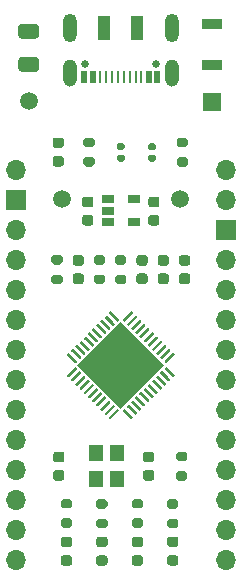
<source format=gbr>
%TF.GenerationSoftware,KiCad,Pcbnew,(5.1.8)-1*%
%TF.CreationDate,2020-12-28T06:59:24-08:00*%
%TF.ProjectId,atmega32u4_dev_board,61746d65-6761-4333-9275-345f6465765f,rev?*%
%TF.SameCoordinates,Original*%
%TF.FileFunction,Soldermask,Top*%
%TF.FilePolarity,Negative*%
%FSLAX46Y46*%
G04 Gerber Fmt 4.6, Leading zero omitted, Abs format (unit mm)*
G04 Created by KiCad (PCBNEW (5.1.8)-1) date 2020-12-28 06:59:24*
%MOMM*%
%LPD*%
G01*
G04 APERTURE LIST*
%ADD10R,0.520000X1.000000*%
%ADD11R,0.270000X1.000000*%
%ADD12C,0.600000*%
%ADD13C,0.630000*%
%ADD14R,1.000000X2.000000*%
%ADD15O,1.158000X2.316000*%
%ADD16O,1.200000X2.400000*%
%ADD17C,0.100000*%
%ADD18O,1.700000X1.700000*%
%ADD19R,1.700000X1.700000*%
%ADD20R,1.700000X0.900000*%
%ADD21R,1.060000X0.650000*%
%ADD22R,1.200000X1.400000*%
%ADD23R,1.500000X1.500000*%
%ADD24C,1.500000*%
G04 APERTURE END LIST*
D10*
%TO.C,J6*%
X156600000Y-76860000D03*
X150400000Y-76860000D03*
X155850000Y-76860000D03*
X151150000Y-76860000D03*
D11*
X155250000Y-76860000D03*
X151750000Y-76860000D03*
X154750000Y-76860000D03*
X154250000Y-76860000D03*
X153750000Y-76860000D03*
X153250000Y-76860000D03*
X152750000Y-76860000D03*
X152250000Y-76860000D03*
D12*
X150500000Y-75760000D03*
D13*
X150500000Y-75760000D03*
D14*
X154900000Y-72660000D03*
X152100000Y-72660000D03*
D13*
X156500000Y-75760000D03*
D15*
X157820000Y-76485000D03*
X149180000Y-76485000D03*
D16*
X157820000Y-72660000D03*
X149180000Y-72660000D03*
%TD*%
%TO.C,C3*%
G36*
G01*
X159150000Y-92825000D02*
X158650000Y-92825000D01*
G75*
G02*
X158425000Y-92600000I0J225000D01*
G01*
X158425000Y-92150000D01*
G75*
G02*
X158650000Y-91925000I225000J0D01*
G01*
X159150000Y-91925000D01*
G75*
G02*
X159375000Y-92150000I0J-225000D01*
G01*
X159375000Y-92600000D01*
G75*
G02*
X159150000Y-92825000I-225000J0D01*
G01*
G37*
G36*
G01*
X159150000Y-94375000D02*
X158650000Y-94375000D01*
G75*
G02*
X158425000Y-94150000I0J225000D01*
G01*
X158425000Y-93700000D01*
G75*
G02*
X158650000Y-93475000I225000J0D01*
G01*
X159150000Y-93475000D01*
G75*
G02*
X159375000Y-93700000I0J-225000D01*
G01*
X159375000Y-94150000D01*
G75*
G02*
X159150000Y-94375000I-225000J0D01*
G01*
G37*
%TD*%
%TO.C,U1*%
G36*
G01*
X152482518Y-96786769D02*
X152570906Y-96698381D01*
G75*
G02*
X152659294Y-96698381I44194J-44194D01*
G01*
X153331046Y-97370133D01*
G75*
G02*
X153331046Y-97458521I-44194J-44194D01*
G01*
X153242658Y-97546909D01*
G75*
G02*
X153154270Y-97546909I-44194J44194D01*
G01*
X152482518Y-96875157D01*
G75*
G02*
X152482518Y-96786769I44194J44194D01*
G01*
G37*
G36*
G01*
X152128965Y-97140323D02*
X152217353Y-97051935D01*
G75*
G02*
X152305741Y-97051935I44194J-44194D01*
G01*
X152977493Y-97723687D01*
G75*
G02*
X152977493Y-97812075I-44194J-44194D01*
G01*
X152889105Y-97900463D01*
G75*
G02*
X152800717Y-97900463I-44194J44194D01*
G01*
X152128965Y-97228711D01*
G75*
G02*
X152128965Y-97140323I44194J44194D01*
G01*
G37*
G36*
G01*
X151775411Y-97493876D02*
X151863799Y-97405488D01*
G75*
G02*
X151952187Y-97405488I44194J-44194D01*
G01*
X152623939Y-98077240D01*
G75*
G02*
X152623939Y-98165628I-44194J-44194D01*
G01*
X152535551Y-98254016D01*
G75*
G02*
X152447163Y-98254016I-44194J44194D01*
G01*
X151775411Y-97582264D01*
G75*
G02*
X151775411Y-97493876I44194J44194D01*
G01*
G37*
G36*
G01*
X151421858Y-97847429D02*
X151510246Y-97759041D01*
G75*
G02*
X151598634Y-97759041I44194J-44194D01*
G01*
X152270386Y-98430793D01*
G75*
G02*
X152270386Y-98519181I-44194J-44194D01*
G01*
X152181998Y-98607569D01*
G75*
G02*
X152093610Y-98607569I-44194J44194D01*
G01*
X151421858Y-97935817D01*
G75*
G02*
X151421858Y-97847429I44194J44194D01*
G01*
G37*
G36*
G01*
X151068305Y-98200983D02*
X151156693Y-98112595D01*
G75*
G02*
X151245081Y-98112595I44194J-44194D01*
G01*
X151916833Y-98784347D01*
G75*
G02*
X151916833Y-98872735I-44194J-44194D01*
G01*
X151828445Y-98961123D01*
G75*
G02*
X151740057Y-98961123I-44194J44194D01*
G01*
X151068305Y-98289371D01*
G75*
G02*
X151068305Y-98200983I44194J44194D01*
G01*
G37*
G36*
G01*
X150714751Y-98554536D02*
X150803139Y-98466148D01*
G75*
G02*
X150891527Y-98466148I44194J-44194D01*
G01*
X151563279Y-99137900D01*
G75*
G02*
X151563279Y-99226288I-44194J-44194D01*
G01*
X151474891Y-99314676D01*
G75*
G02*
X151386503Y-99314676I-44194J44194D01*
G01*
X150714751Y-98642924D01*
G75*
G02*
X150714751Y-98554536I44194J44194D01*
G01*
G37*
G36*
G01*
X150361198Y-98908090D02*
X150449586Y-98819702D01*
G75*
G02*
X150537974Y-98819702I44194J-44194D01*
G01*
X151209726Y-99491454D01*
G75*
G02*
X151209726Y-99579842I-44194J-44194D01*
G01*
X151121338Y-99668230D01*
G75*
G02*
X151032950Y-99668230I-44194J44194D01*
G01*
X150361198Y-98996478D01*
G75*
G02*
X150361198Y-98908090I44194J44194D01*
G01*
G37*
G36*
G01*
X150007644Y-99261643D02*
X150096032Y-99173255D01*
G75*
G02*
X150184420Y-99173255I44194J-44194D01*
G01*
X150856172Y-99845007D01*
G75*
G02*
X150856172Y-99933395I-44194J-44194D01*
G01*
X150767784Y-100021783D01*
G75*
G02*
X150679396Y-100021783I-44194J44194D01*
G01*
X150007644Y-99350031D01*
G75*
G02*
X150007644Y-99261643I44194J44194D01*
G01*
G37*
G36*
G01*
X149654091Y-99615196D02*
X149742479Y-99526808D01*
G75*
G02*
X149830867Y-99526808I44194J-44194D01*
G01*
X150502619Y-100198560D01*
G75*
G02*
X150502619Y-100286948I-44194J-44194D01*
G01*
X150414231Y-100375336D01*
G75*
G02*
X150325843Y-100375336I-44194J44194D01*
G01*
X149654091Y-99703584D01*
G75*
G02*
X149654091Y-99615196I44194J44194D01*
G01*
G37*
G36*
G01*
X149300538Y-99968750D02*
X149388926Y-99880362D01*
G75*
G02*
X149477314Y-99880362I44194J-44194D01*
G01*
X150149066Y-100552114D01*
G75*
G02*
X150149066Y-100640502I-44194J-44194D01*
G01*
X150060678Y-100728890D01*
G75*
G02*
X149972290Y-100728890I-44194J44194D01*
G01*
X149300538Y-100057138D01*
G75*
G02*
X149300538Y-99968750I44194J44194D01*
G01*
G37*
G36*
G01*
X148946984Y-100322303D02*
X149035372Y-100233915D01*
G75*
G02*
X149123760Y-100233915I44194J-44194D01*
G01*
X149795512Y-100905667D01*
G75*
G02*
X149795512Y-100994055I-44194J-44194D01*
G01*
X149707124Y-101082443D01*
G75*
G02*
X149618736Y-101082443I-44194J44194D01*
G01*
X148946984Y-100410691D01*
G75*
G02*
X148946984Y-100322303I44194J44194D01*
G01*
G37*
G36*
G01*
X148946984Y-102090071D02*
X149618736Y-101418319D01*
G75*
G02*
X149707124Y-101418319I44194J-44194D01*
G01*
X149795512Y-101506707D01*
G75*
G02*
X149795512Y-101595095I-44194J-44194D01*
G01*
X149123760Y-102266847D01*
G75*
G02*
X149035372Y-102266847I-44194J44194D01*
G01*
X148946984Y-102178459D01*
G75*
G02*
X148946984Y-102090071I44194J44194D01*
G01*
G37*
G36*
G01*
X149300538Y-102443624D02*
X149972290Y-101771872D01*
G75*
G02*
X150060678Y-101771872I44194J-44194D01*
G01*
X150149066Y-101860260D01*
G75*
G02*
X150149066Y-101948648I-44194J-44194D01*
G01*
X149477314Y-102620400D01*
G75*
G02*
X149388926Y-102620400I-44194J44194D01*
G01*
X149300538Y-102532012D01*
G75*
G02*
X149300538Y-102443624I44194J44194D01*
G01*
G37*
G36*
G01*
X149654091Y-102797178D02*
X150325843Y-102125426D01*
G75*
G02*
X150414231Y-102125426I44194J-44194D01*
G01*
X150502619Y-102213814D01*
G75*
G02*
X150502619Y-102302202I-44194J-44194D01*
G01*
X149830867Y-102973954D01*
G75*
G02*
X149742479Y-102973954I-44194J44194D01*
G01*
X149654091Y-102885566D01*
G75*
G02*
X149654091Y-102797178I44194J44194D01*
G01*
G37*
G36*
G01*
X150007644Y-103150731D02*
X150679396Y-102478979D01*
G75*
G02*
X150767784Y-102478979I44194J-44194D01*
G01*
X150856172Y-102567367D01*
G75*
G02*
X150856172Y-102655755I-44194J-44194D01*
G01*
X150184420Y-103327507D01*
G75*
G02*
X150096032Y-103327507I-44194J44194D01*
G01*
X150007644Y-103239119D01*
G75*
G02*
X150007644Y-103150731I44194J44194D01*
G01*
G37*
G36*
G01*
X150361198Y-103504284D02*
X151032950Y-102832532D01*
G75*
G02*
X151121338Y-102832532I44194J-44194D01*
G01*
X151209726Y-102920920D01*
G75*
G02*
X151209726Y-103009308I-44194J-44194D01*
G01*
X150537974Y-103681060D01*
G75*
G02*
X150449586Y-103681060I-44194J44194D01*
G01*
X150361198Y-103592672D01*
G75*
G02*
X150361198Y-103504284I44194J44194D01*
G01*
G37*
G36*
G01*
X150714751Y-103857838D02*
X151386503Y-103186086D01*
G75*
G02*
X151474891Y-103186086I44194J-44194D01*
G01*
X151563279Y-103274474D01*
G75*
G02*
X151563279Y-103362862I-44194J-44194D01*
G01*
X150891527Y-104034614D01*
G75*
G02*
X150803139Y-104034614I-44194J44194D01*
G01*
X150714751Y-103946226D01*
G75*
G02*
X150714751Y-103857838I44194J44194D01*
G01*
G37*
G36*
G01*
X151068305Y-104211391D02*
X151740057Y-103539639D01*
G75*
G02*
X151828445Y-103539639I44194J-44194D01*
G01*
X151916833Y-103628027D01*
G75*
G02*
X151916833Y-103716415I-44194J-44194D01*
G01*
X151245081Y-104388167D01*
G75*
G02*
X151156693Y-104388167I-44194J44194D01*
G01*
X151068305Y-104299779D01*
G75*
G02*
X151068305Y-104211391I44194J44194D01*
G01*
G37*
G36*
G01*
X151421858Y-104564945D02*
X152093610Y-103893193D01*
G75*
G02*
X152181998Y-103893193I44194J-44194D01*
G01*
X152270386Y-103981581D01*
G75*
G02*
X152270386Y-104069969I-44194J-44194D01*
G01*
X151598634Y-104741721D01*
G75*
G02*
X151510246Y-104741721I-44194J44194D01*
G01*
X151421858Y-104653333D01*
G75*
G02*
X151421858Y-104564945I44194J44194D01*
G01*
G37*
G36*
G01*
X151775411Y-104918498D02*
X152447163Y-104246746D01*
G75*
G02*
X152535551Y-104246746I44194J-44194D01*
G01*
X152623939Y-104335134D01*
G75*
G02*
X152623939Y-104423522I-44194J-44194D01*
G01*
X151952187Y-105095274D01*
G75*
G02*
X151863799Y-105095274I-44194J44194D01*
G01*
X151775411Y-105006886D01*
G75*
G02*
X151775411Y-104918498I44194J44194D01*
G01*
G37*
G36*
G01*
X152128965Y-105272051D02*
X152800717Y-104600299D01*
G75*
G02*
X152889105Y-104600299I44194J-44194D01*
G01*
X152977493Y-104688687D01*
G75*
G02*
X152977493Y-104777075I-44194J-44194D01*
G01*
X152305741Y-105448827D01*
G75*
G02*
X152217353Y-105448827I-44194J44194D01*
G01*
X152128965Y-105360439D01*
G75*
G02*
X152128965Y-105272051I44194J44194D01*
G01*
G37*
G36*
G01*
X152482518Y-105625605D02*
X153154270Y-104953853D01*
G75*
G02*
X153242658Y-104953853I44194J-44194D01*
G01*
X153331046Y-105042241D01*
G75*
G02*
X153331046Y-105130629I-44194J-44194D01*
G01*
X152659294Y-105802381D01*
G75*
G02*
X152570906Y-105802381I-44194J44194D01*
G01*
X152482518Y-105713993D01*
G75*
G02*
X152482518Y-105625605I44194J44194D01*
G01*
G37*
G36*
G01*
X153666922Y-105042241D02*
X153755310Y-104953853D01*
G75*
G02*
X153843698Y-104953853I44194J-44194D01*
G01*
X154515450Y-105625605D01*
G75*
G02*
X154515450Y-105713993I-44194J-44194D01*
G01*
X154427062Y-105802381D01*
G75*
G02*
X154338674Y-105802381I-44194J44194D01*
G01*
X153666922Y-105130629D01*
G75*
G02*
X153666922Y-105042241I44194J44194D01*
G01*
G37*
G36*
G01*
X154020475Y-104688687D02*
X154108863Y-104600299D01*
G75*
G02*
X154197251Y-104600299I44194J-44194D01*
G01*
X154869003Y-105272051D01*
G75*
G02*
X154869003Y-105360439I-44194J-44194D01*
G01*
X154780615Y-105448827D01*
G75*
G02*
X154692227Y-105448827I-44194J44194D01*
G01*
X154020475Y-104777075D01*
G75*
G02*
X154020475Y-104688687I44194J44194D01*
G01*
G37*
G36*
G01*
X154374029Y-104335134D02*
X154462417Y-104246746D01*
G75*
G02*
X154550805Y-104246746I44194J-44194D01*
G01*
X155222557Y-104918498D01*
G75*
G02*
X155222557Y-105006886I-44194J-44194D01*
G01*
X155134169Y-105095274D01*
G75*
G02*
X155045781Y-105095274I-44194J44194D01*
G01*
X154374029Y-104423522D01*
G75*
G02*
X154374029Y-104335134I44194J44194D01*
G01*
G37*
G36*
G01*
X154727582Y-103981581D02*
X154815970Y-103893193D01*
G75*
G02*
X154904358Y-103893193I44194J-44194D01*
G01*
X155576110Y-104564945D01*
G75*
G02*
X155576110Y-104653333I-44194J-44194D01*
G01*
X155487722Y-104741721D01*
G75*
G02*
X155399334Y-104741721I-44194J44194D01*
G01*
X154727582Y-104069969D01*
G75*
G02*
X154727582Y-103981581I44194J44194D01*
G01*
G37*
G36*
G01*
X155081135Y-103628027D02*
X155169523Y-103539639D01*
G75*
G02*
X155257911Y-103539639I44194J-44194D01*
G01*
X155929663Y-104211391D01*
G75*
G02*
X155929663Y-104299779I-44194J-44194D01*
G01*
X155841275Y-104388167D01*
G75*
G02*
X155752887Y-104388167I-44194J44194D01*
G01*
X155081135Y-103716415D01*
G75*
G02*
X155081135Y-103628027I44194J44194D01*
G01*
G37*
G36*
G01*
X155434689Y-103274474D02*
X155523077Y-103186086D01*
G75*
G02*
X155611465Y-103186086I44194J-44194D01*
G01*
X156283217Y-103857838D01*
G75*
G02*
X156283217Y-103946226I-44194J-44194D01*
G01*
X156194829Y-104034614D01*
G75*
G02*
X156106441Y-104034614I-44194J44194D01*
G01*
X155434689Y-103362862D01*
G75*
G02*
X155434689Y-103274474I44194J44194D01*
G01*
G37*
G36*
G01*
X155788242Y-102920920D02*
X155876630Y-102832532D01*
G75*
G02*
X155965018Y-102832532I44194J-44194D01*
G01*
X156636770Y-103504284D01*
G75*
G02*
X156636770Y-103592672I-44194J-44194D01*
G01*
X156548382Y-103681060D01*
G75*
G02*
X156459994Y-103681060I-44194J44194D01*
G01*
X155788242Y-103009308D01*
G75*
G02*
X155788242Y-102920920I44194J44194D01*
G01*
G37*
G36*
G01*
X156141796Y-102567367D02*
X156230184Y-102478979D01*
G75*
G02*
X156318572Y-102478979I44194J-44194D01*
G01*
X156990324Y-103150731D01*
G75*
G02*
X156990324Y-103239119I-44194J-44194D01*
G01*
X156901936Y-103327507D01*
G75*
G02*
X156813548Y-103327507I-44194J44194D01*
G01*
X156141796Y-102655755D01*
G75*
G02*
X156141796Y-102567367I44194J44194D01*
G01*
G37*
G36*
G01*
X156495349Y-102213814D02*
X156583737Y-102125426D01*
G75*
G02*
X156672125Y-102125426I44194J-44194D01*
G01*
X157343877Y-102797178D01*
G75*
G02*
X157343877Y-102885566I-44194J-44194D01*
G01*
X157255489Y-102973954D01*
G75*
G02*
X157167101Y-102973954I-44194J44194D01*
G01*
X156495349Y-102302202D01*
G75*
G02*
X156495349Y-102213814I44194J44194D01*
G01*
G37*
G36*
G01*
X156848902Y-101860260D02*
X156937290Y-101771872D01*
G75*
G02*
X157025678Y-101771872I44194J-44194D01*
G01*
X157697430Y-102443624D01*
G75*
G02*
X157697430Y-102532012I-44194J-44194D01*
G01*
X157609042Y-102620400D01*
G75*
G02*
X157520654Y-102620400I-44194J44194D01*
G01*
X156848902Y-101948648D01*
G75*
G02*
X156848902Y-101860260I44194J44194D01*
G01*
G37*
G36*
G01*
X157202456Y-101506707D02*
X157290844Y-101418319D01*
G75*
G02*
X157379232Y-101418319I44194J-44194D01*
G01*
X158050984Y-102090071D01*
G75*
G02*
X158050984Y-102178459I-44194J-44194D01*
G01*
X157962596Y-102266847D01*
G75*
G02*
X157874208Y-102266847I-44194J44194D01*
G01*
X157202456Y-101595095D01*
G75*
G02*
X157202456Y-101506707I44194J44194D01*
G01*
G37*
G36*
G01*
X157202456Y-100905667D02*
X157874208Y-100233915D01*
G75*
G02*
X157962596Y-100233915I44194J-44194D01*
G01*
X158050984Y-100322303D01*
G75*
G02*
X158050984Y-100410691I-44194J-44194D01*
G01*
X157379232Y-101082443D01*
G75*
G02*
X157290844Y-101082443I-44194J44194D01*
G01*
X157202456Y-100994055D01*
G75*
G02*
X157202456Y-100905667I44194J44194D01*
G01*
G37*
G36*
G01*
X156848902Y-100552114D02*
X157520654Y-99880362D01*
G75*
G02*
X157609042Y-99880362I44194J-44194D01*
G01*
X157697430Y-99968750D01*
G75*
G02*
X157697430Y-100057138I-44194J-44194D01*
G01*
X157025678Y-100728890D01*
G75*
G02*
X156937290Y-100728890I-44194J44194D01*
G01*
X156848902Y-100640502D01*
G75*
G02*
X156848902Y-100552114I44194J44194D01*
G01*
G37*
G36*
G01*
X156495349Y-100198560D02*
X157167101Y-99526808D01*
G75*
G02*
X157255489Y-99526808I44194J-44194D01*
G01*
X157343877Y-99615196D01*
G75*
G02*
X157343877Y-99703584I-44194J-44194D01*
G01*
X156672125Y-100375336D01*
G75*
G02*
X156583737Y-100375336I-44194J44194D01*
G01*
X156495349Y-100286948D01*
G75*
G02*
X156495349Y-100198560I44194J44194D01*
G01*
G37*
G36*
G01*
X156141796Y-99845007D02*
X156813548Y-99173255D01*
G75*
G02*
X156901936Y-99173255I44194J-44194D01*
G01*
X156990324Y-99261643D01*
G75*
G02*
X156990324Y-99350031I-44194J-44194D01*
G01*
X156318572Y-100021783D01*
G75*
G02*
X156230184Y-100021783I-44194J44194D01*
G01*
X156141796Y-99933395D01*
G75*
G02*
X156141796Y-99845007I44194J44194D01*
G01*
G37*
G36*
G01*
X155788242Y-99491454D02*
X156459994Y-98819702D01*
G75*
G02*
X156548382Y-98819702I44194J-44194D01*
G01*
X156636770Y-98908090D01*
G75*
G02*
X156636770Y-98996478I-44194J-44194D01*
G01*
X155965018Y-99668230D01*
G75*
G02*
X155876630Y-99668230I-44194J44194D01*
G01*
X155788242Y-99579842D01*
G75*
G02*
X155788242Y-99491454I44194J44194D01*
G01*
G37*
G36*
G01*
X155434689Y-99137900D02*
X156106441Y-98466148D01*
G75*
G02*
X156194829Y-98466148I44194J-44194D01*
G01*
X156283217Y-98554536D01*
G75*
G02*
X156283217Y-98642924I-44194J-44194D01*
G01*
X155611465Y-99314676D01*
G75*
G02*
X155523077Y-99314676I-44194J44194D01*
G01*
X155434689Y-99226288D01*
G75*
G02*
X155434689Y-99137900I44194J44194D01*
G01*
G37*
G36*
G01*
X155081135Y-98784347D02*
X155752887Y-98112595D01*
G75*
G02*
X155841275Y-98112595I44194J-44194D01*
G01*
X155929663Y-98200983D01*
G75*
G02*
X155929663Y-98289371I-44194J-44194D01*
G01*
X155257911Y-98961123D01*
G75*
G02*
X155169523Y-98961123I-44194J44194D01*
G01*
X155081135Y-98872735D01*
G75*
G02*
X155081135Y-98784347I44194J44194D01*
G01*
G37*
G36*
G01*
X154727582Y-98430793D02*
X155399334Y-97759041D01*
G75*
G02*
X155487722Y-97759041I44194J-44194D01*
G01*
X155576110Y-97847429D01*
G75*
G02*
X155576110Y-97935817I-44194J-44194D01*
G01*
X154904358Y-98607569D01*
G75*
G02*
X154815970Y-98607569I-44194J44194D01*
G01*
X154727582Y-98519181D01*
G75*
G02*
X154727582Y-98430793I44194J44194D01*
G01*
G37*
G36*
G01*
X154374029Y-98077240D02*
X155045781Y-97405488D01*
G75*
G02*
X155134169Y-97405488I44194J-44194D01*
G01*
X155222557Y-97493876D01*
G75*
G02*
X155222557Y-97582264I-44194J-44194D01*
G01*
X154550805Y-98254016D01*
G75*
G02*
X154462417Y-98254016I-44194J44194D01*
G01*
X154374029Y-98165628D01*
G75*
G02*
X154374029Y-98077240I44194J44194D01*
G01*
G37*
G36*
G01*
X154020475Y-97723687D02*
X154692227Y-97051935D01*
G75*
G02*
X154780615Y-97051935I44194J-44194D01*
G01*
X154869003Y-97140323D01*
G75*
G02*
X154869003Y-97228711I-44194J-44194D01*
G01*
X154197251Y-97900463D01*
G75*
G02*
X154108863Y-97900463I-44194J44194D01*
G01*
X154020475Y-97812075D01*
G75*
G02*
X154020475Y-97723687I44194J44194D01*
G01*
G37*
G36*
G01*
X153666922Y-97370133D02*
X154338674Y-96698381D01*
G75*
G02*
X154427062Y-96698381I44194J-44194D01*
G01*
X154515450Y-96786769D01*
G75*
G02*
X154515450Y-96875157I-44194J-44194D01*
G01*
X153843698Y-97546909D01*
G75*
G02*
X153755310Y-97546909I-44194J44194D01*
G01*
X153666922Y-97458521D01*
G75*
G02*
X153666922Y-97370133I44194J44194D01*
G01*
G37*
D17*
G36*
X149822029Y-101250381D02*
G01*
X153498984Y-97573426D01*
X157175939Y-101250381D01*
X153498984Y-104927336D01*
X149822029Y-101250381D01*
G37*
%TD*%
%TO.C,R2*%
G36*
G01*
X151975000Y-94375000D02*
X151425000Y-94375000D01*
G75*
G02*
X151225000Y-94175000I0J200000D01*
G01*
X151225000Y-93775000D01*
G75*
G02*
X151425000Y-93575000I200000J0D01*
G01*
X151975000Y-93575000D01*
G75*
G02*
X152175000Y-93775000I0J-200000D01*
G01*
X152175000Y-94175000D01*
G75*
G02*
X151975000Y-94375000I-200000J0D01*
G01*
G37*
G36*
G01*
X151975000Y-92725000D02*
X151425000Y-92725000D01*
G75*
G02*
X151225000Y-92525000I0J200000D01*
G01*
X151225000Y-92125000D01*
G75*
G02*
X151425000Y-91925000I200000J0D01*
G01*
X151975000Y-91925000D01*
G75*
G02*
X152175000Y-92125000I0J-200000D01*
G01*
X152175000Y-92525000D01*
G75*
G02*
X151975000Y-92725000I-200000J0D01*
G01*
G37*
%TD*%
D18*
%TO.C,J3*%
X144610000Y-84740000D03*
D19*
X144610000Y-87280000D03*
D18*
X144610000Y-89820000D03*
X144610000Y-92360000D03*
X144610000Y-94900000D03*
X144610000Y-97440000D03*
X144610000Y-99980000D03*
X144610000Y-102520000D03*
X144610000Y-105060000D03*
X144610000Y-107600000D03*
X144610000Y-110140000D03*
X144610000Y-112680000D03*
X144610000Y-115220000D03*
X144610000Y-117760000D03*
%TD*%
%TO.C,J4*%
X162390000Y-117760000D03*
X162390000Y-115220000D03*
X162390000Y-112680000D03*
X162390000Y-110140000D03*
X162390000Y-107600000D03*
X162390000Y-105060000D03*
X162390000Y-102520000D03*
X162390000Y-99980000D03*
X162390000Y-97440000D03*
X162390000Y-94900000D03*
X162390000Y-92360000D03*
D19*
X162390000Y-89820000D03*
D18*
X162390000Y-87280000D03*
X162390000Y-84740000D03*
%TD*%
D20*
%TO.C,SW1*%
X161200000Y-72400000D03*
X161200000Y-75800000D03*
%TD*%
%TO.C,C1*%
G36*
G01*
X155600000Y-108575000D02*
X156100000Y-108575000D01*
G75*
G02*
X156325000Y-108800000I0J-225000D01*
G01*
X156325000Y-109250000D01*
G75*
G02*
X156100000Y-109475000I-225000J0D01*
G01*
X155600000Y-109475000D01*
G75*
G02*
X155375000Y-109250000I0J225000D01*
G01*
X155375000Y-108800000D01*
G75*
G02*
X155600000Y-108575000I225000J0D01*
G01*
G37*
G36*
G01*
X155600000Y-110125000D02*
X156100000Y-110125000D01*
G75*
G02*
X156325000Y-110350000I0J-225000D01*
G01*
X156325000Y-110800000D01*
G75*
G02*
X156100000Y-111025000I-225000J0D01*
G01*
X155600000Y-111025000D01*
G75*
G02*
X155375000Y-110800000I0J225000D01*
G01*
X155375000Y-110350000D01*
G75*
G02*
X155600000Y-110125000I225000J0D01*
G01*
G37*
%TD*%
%TO.C,C2*%
G36*
G01*
X148000000Y-110125000D02*
X148500000Y-110125000D01*
G75*
G02*
X148725000Y-110350000I0J-225000D01*
G01*
X148725000Y-110800000D01*
G75*
G02*
X148500000Y-111025000I-225000J0D01*
G01*
X148000000Y-111025000D01*
G75*
G02*
X147775000Y-110800000I0J225000D01*
G01*
X147775000Y-110350000D01*
G75*
G02*
X148000000Y-110125000I225000J0D01*
G01*
G37*
G36*
G01*
X148000000Y-108575000D02*
X148500000Y-108575000D01*
G75*
G02*
X148725000Y-108800000I0J-225000D01*
G01*
X148725000Y-109250000D01*
G75*
G02*
X148500000Y-109475000I-225000J0D01*
G01*
X148000000Y-109475000D01*
G75*
G02*
X147775000Y-109250000I0J225000D01*
G01*
X147775000Y-108800000D01*
G75*
G02*
X148000000Y-108575000I225000J0D01*
G01*
G37*
%TD*%
%TO.C,C4*%
G36*
G01*
X149650000Y-91925000D02*
X150150000Y-91925000D01*
G75*
G02*
X150375000Y-92150000I0J-225000D01*
G01*
X150375000Y-92600000D01*
G75*
G02*
X150150000Y-92825000I-225000J0D01*
G01*
X149650000Y-92825000D01*
G75*
G02*
X149425000Y-92600000I0J225000D01*
G01*
X149425000Y-92150000D01*
G75*
G02*
X149650000Y-91925000I225000J0D01*
G01*
G37*
G36*
G01*
X149650000Y-93475000D02*
X150150000Y-93475000D01*
G75*
G02*
X150375000Y-93700000I0J-225000D01*
G01*
X150375000Y-94150000D01*
G75*
G02*
X150150000Y-94375000I-225000J0D01*
G01*
X149650000Y-94375000D01*
G75*
G02*
X149425000Y-94150000I0J225000D01*
G01*
X149425000Y-93700000D01*
G75*
G02*
X149650000Y-93475000I225000J0D01*
G01*
G37*
%TD*%
%TO.C,C5*%
G36*
G01*
X155550000Y-94375000D02*
X155050000Y-94375000D01*
G75*
G02*
X154825000Y-94150000I0J225000D01*
G01*
X154825000Y-93700000D01*
G75*
G02*
X155050000Y-93475000I225000J0D01*
G01*
X155550000Y-93475000D01*
G75*
G02*
X155775000Y-93700000I0J-225000D01*
G01*
X155775000Y-94150000D01*
G75*
G02*
X155550000Y-94375000I-225000J0D01*
G01*
G37*
G36*
G01*
X155550000Y-92825000D02*
X155050000Y-92825000D01*
G75*
G02*
X154825000Y-92600000I0J225000D01*
G01*
X154825000Y-92150000D01*
G75*
G02*
X155050000Y-91925000I225000J0D01*
G01*
X155550000Y-91925000D01*
G75*
G02*
X155775000Y-92150000I0J-225000D01*
G01*
X155775000Y-92600000D01*
G75*
G02*
X155550000Y-92825000I-225000J0D01*
G01*
G37*
%TD*%
%TO.C,C6*%
G36*
G01*
X156850000Y-93475000D02*
X157350000Y-93475000D01*
G75*
G02*
X157575000Y-93700000I0J-225000D01*
G01*
X157575000Y-94150000D01*
G75*
G02*
X157350000Y-94375000I-225000J0D01*
G01*
X156850000Y-94375000D01*
G75*
G02*
X156625000Y-94150000I0J225000D01*
G01*
X156625000Y-93700000D01*
G75*
G02*
X156850000Y-93475000I225000J0D01*
G01*
G37*
G36*
G01*
X156850000Y-91925000D02*
X157350000Y-91925000D01*
G75*
G02*
X157575000Y-92150000I0J-225000D01*
G01*
X157575000Y-92600000D01*
G75*
G02*
X157350000Y-92825000I-225000J0D01*
G01*
X156850000Y-92825000D01*
G75*
G02*
X156625000Y-92600000I0J225000D01*
G01*
X156625000Y-92150000D01*
G75*
G02*
X156850000Y-91925000I225000J0D01*
G01*
G37*
%TD*%
%TO.C,C7*%
G36*
G01*
X150950000Y-89425000D02*
X150450000Y-89425000D01*
G75*
G02*
X150225000Y-89200000I0J225000D01*
G01*
X150225000Y-88750000D01*
G75*
G02*
X150450000Y-88525000I225000J0D01*
G01*
X150950000Y-88525000D01*
G75*
G02*
X151175000Y-88750000I0J-225000D01*
G01*
X151175000Y-89200000D01*
G75*
G02*
X150950000Y-89425000I-225000J0D01*
G01*
G37*
G36*
G01*
X150950000Y-87875000D02*
X150450000Y-87875000D01*
G75*
G02*
X150225000Y-87650000I0J225000D01*
G01*
X150225000Y-87200000D01*
G75*
G02*
X150450000Y-86975000I225000J0D01*
G01*
X150950000Y-86975000D01*
G75*
G02*
X151175000Y-87200000I0J-225000D01*
G01*
X151175000Y-87650000D01*
G75*
G02*
X150950000Y-87875000I-225000J0D01*
G01*
G37*
%TD*%
%TO.C,C8*%
G36*
G01*
X156550000Y-87875000D02*
X156050000Y-87875000D01*
G75*
G02*
X155825000Y-87650000I0J225000D01*
G01*
X155825000Y-87200000D01*
G75*
G02*
X156050000Y-86975000I225000J0D01*
G01*
X156550000Y-86975000D01*
G75*
G02*
X156775000Y-87200000I0J-225000D01*
G01*
X156775000Y-87650000D01*
G75*
G02*
X156550000Y-87875000I-225000J0D01*
G01*
G37*
G36*
G01*
X156550000Y-89425000D02*
X156050000Y-89425000D01*
G75*
G02*
X155825000Y-89200000I0J225000D01*
G01*
X155825000Y-88750000D01*
G75*
G02*
X156050000Y-88525000I225000J0D01*
G01*
X156550000Y-88525000D01*
G75*
G02*
X156775000Y-88750000I0J-225000D01*
G01*
X156775000Y-89200000D01*
G75*
G02*
X156550000Y-89425000I-225000J0D01*
G01*
G37*
%TD*%
%TO.C,D1*%
G36*
G01*
X158156250Y-116637500D02*
X157643750Y-116637500D01*
G75*
G02*
X157425000Y-116418750I0J218750D01*
G01*
X157425000Y-115981250D01*
G75*
G02*
X157643750Y-115762500I218750J0D01*
G01*
X158156250Y-115762500D01*
G75*
G02*
X158375000Y-115981250I0J-218750D01*
G01*
X158375000Y-116418750D01*
G75*
G02*
X158156250Y-116637500I-218750J0D01*
G01*
G37*
G36*
G01*
X158156250Y-118212500D02*
X157643750Y-118212500D01*
G75*
G02*
X157425000Y-117993750I0J218750D01*
G01*
X157425000Y-117556250D01*
G75*
G02*
X157643750Y-117337500I218750J0D01*
G01*
X158156250Y-117337500D01*
G75*
G02*
X158375000Y-117556250I0J-218750D01*
G01*
X158375000Y-117993750D01*
G75*
G02*
X158156250Y-118212500I-218750J0D01*
G01*
G37*
%TD*%
%TO.C,D2*%
G36*
G01*
X155156250Y-118225000D02*
X154643750Y-118225000D01*
G75*
G02*
X154425000Y-118006250I0J218750D01*
G01*
X154425000Y-117568750D01*
G75*
G02*
X154643750Y-117350000I218750J0D01*
G01*
X155156250Y-117350000D01*
G75*
G02*
X155375000Y-117568750I0J-218750D01*
G01*
X155375000Y-118006250D01*
G75*
G02*
X155156250Y-118225000I-218750J0D01*
G01*
G37*
G36*
G01*
X155156250Y-116650000D02*
X154643750Y-116650000D01*
G75*
G02*
X154425000Y-116431250I0J218750D01*
G01*
X154425000Y-115993750D01*
G75*
G02*
X154643750Y-115775000I218750J0D01*
G01*
X155156250Y-115775000D01*
G75*
G02*
X155375000Y-115993750I0J-218750D01*
G01*
X155375000Y-116431250D01*
G75*
G02*
X155156250Y-116650000I-218750J0D01*
G01*
G37*
%TD*%
%TO.C,D5*%
G36*
G01*
X152156250Y-116650000D02*
X151643750Y-116650000D01*
G75*
G02*
X151425000Y-116431250I0J218750D01*
G01*
X151425000Y-115993750D01*
G75*
G02*
X151643750Y-115775000I218750J0D01*
G01*
X152156250Y-115775000D01*
G75*
G02*
X152375000Y-115993750I0J-218750D01*
G01*
X152375000Y-116431250D01*
G75*
G02*
X152156250Y-116650000I-218750J0D01*
G01*
G37*
G36*
G01*
X152156250Y-118225000D02*
X151643750Y-118225000D01*
G75*
G02*
X151425000Y-118006250I0J218750D01*
G01*
X151425000Y-117568750D01*
G75*
G02*
X151643750Y-117350000I218750J0D01*
G01*
X152156250Y-117350000D01*
G75*
G02*
X152375000Y-117568750I0J-218750D01*
G01*
X152375000Y-118006250D01*
G75*
G02*
X152156250Y-118225000I-218750J0D01*
G01*
G37*
%TD*%
%TO.C,D6*%
G36*
G01*
X149156250Y-118225000D02*
X148643750Y-118225000D01*
G75*
G02*
X148425000Y-118006250I0J218750D01*
G01*
X148425000Y-117568750D01*
G75*
G02*
X148643750Y-117350000I218750J0D01*
G01*
X149156250Y-117350000D01*
G75*
G02*
X149375000Y-117568750I0J-218750D01*
G01*
X149375000Y-118006250D01*
G75*
G02*
X149156250Y-118225000I-218750J0D01*
G01*
G37*
G36*
G01*
X149156250Y-116650000D02*
X148643750Y-116650000D01*
G75*
G02*
X148425000Y-116431250I0J218750D01*
G01*
X148425000Y-115993750D01*
G75*
G02*
X148643750Y-115775000I218750J0D01*
G01*
X149156250Y-115775000D01*
G75*
G02*
X149375000Y-115993750I0J-218750D01*
G01*
X149375000Y-116431250D01*
G75*
G02*
X149156250Y-116650000I-218750J0D01*
G01*
G37*
%TD*%
%TO.C,R1*%
G36*
G01*
X147825000Y-91925000D02*
X148375000Y-91925000D01*
G75*
G02*
X148575000Y-92125000I0J-200000D01*
G01*
X148575000Y-92525000D01*
G75*
G02*
X148375000Y-92725000I-200000J0D01*
G01*
X147825000Y-92725000D01*
G75*
G02*
X147625000Y-92525000I0J200000D01*
G01*
X147625000Y-92125000D01*
G75*
G02*
X147825000Y-91925000I200000J0D01*
G01*
G37*
G36*
G01*
X147825000Y-93575000D02*
X148375000Y-93575000D01*
G75*
G02*
X148575000Y-93775000I0J-200000D01*
G01*
X148575000Y-94175000D01*
G75*
G02*
X148375000Y-94375000I-200000J0D01*
G01*
X147825000Y-94375000D01*
G75*
G02*
X147625000Y-94175000I0J200000D01*
G01*
X147625000Y-93775000D01*
G75*
G02*
X147825000Y-93575000I200000J0D01*
G01*
G37*
%TD*%
%TO.C,R3*%
G36*
G01*
X153775000Y-92725000D02*
X153225000Y-92725000D01*
G75*
G02*
X153025000Y-92525000I0J200000D01*
G01*
X153025000Y-92125000D01*
G75*
G02*
X153225000Y-91925000I200000J0D01*
G01*
X153775000Y-91925000D01*
G75*
G02*
X153975000Y-92125000I0J-200000D01*
G01*
X153975000Y-92525000D01*
G75*
G02*
X153775000Y-92725000I-200000J0D01*
G01*
G37*
G36*
G01*
X153775000Y-94375000D02*
X153225000Y-94375000D01*
G75*
G02*
X153025000Y-94175000I0J200000D01*
G01*
X153025000Y-93775000D01*
G75*
G02*
X153225000Y-93575000I200000J0D01*
G01*
X153775000Y-93575000D01*
G75*
G02*
X153975000Y-93775000I0J-200000D01*
G01*
X153975000Y-94175000D01*
G75*
G02*
X153775000Y-94375000I-200000J0D01*
G01*
G37*
%TD*%
%TO.C,R4*%
G36*
G01*
X158375000Y-108575000D02*
X158925000Y-108575000D01*
G75*
G02*
X159125000Y-108775000I0J-200000D01*
G01*
X159125000Y-109175000D01*
G75*
G02*
X158925000Y-109375000I-200000J0D01*
G01*
X158375000Y-109375000D01*
G75*
G02*
X158175000Y-109175000I0J200000D01*
G01*
X158175000Y-108775000D01*
G75*
G02*
X158375000Y-108575000I200000J0D01*
G01*
G37*
G36*
G01*
X158375000Y-110225000D02*
X158925000Y-110225000D01*
G75*
G02*
X159125000Y-110425000I0J-200000D01*
G01*
X159125000Y-110825000D01*
G75*
G02*
X158925000Y-111025000I-200000J0D01*
G01*
X158375000Y-111025000D01*
G75*
G02*
X158175000Y-110825000I0J200000D01*
G01*
X158175000Y-110425000D01*
G75*
G02*
X158375000Y-110225000I200000J0D01*
G01*
G37*
%TD*%
%TO.C,R5*%
G36*
G01*
X157625000Y-112600000D02*
X158175000Y-112600000D01*
G75*
G02*
X158375000Y-112800000I0J-200000D01*
G01*
X158375000Y-113200000D01*
G75*
G02*
X158175000Y-113400000I-200000J0D01*
G01*
X157625000Y-113400000D01*
G75*
G02*
X157425000Y-113200000I0J200000D01*
G01*
X157425000Y-112800000D01*
G75*
G02*
X157625000Y-112600000I200000J0D01*
G01*
G37*
G36*
G01*
X157625000Y-114250000D02*
X158175000Y-114250000D01*
G75*
G02*
X158375000Y-114450000I0J-200000D01*
G01*
X158375000Y-114850000D01*
G75*
G02*
X158175000Y-115050000I-200000J0D01*
G01*
X157625000Y-115050000D01*
G75*
G02*
X157425000Y-114850000I0J200000D01*
G01*
X157425000Y-114450000D01*
G75*
G02*
X157625000Y-114250000I200000J0D01*
G01*
G37*
%TD*%
%TO.C,R6*%
G36*
G01*
X154625000Y-114225000D02*
X155175000Y-114225000D01*
G75*
G02*
X155375000Y-114425000I0J-200000D01*
G01*
X155375000Y-114825000D01*
G75*
G02*
X155175000Y-115025000I-200000J0D01*
G01*
X154625000Y-115025000D01*
G75*
G02*
X154425000Y-114825000I0J200000D01*
G01*
X154425000Y-114425000D01*
G75*
G02*
X154625000Y-114225000I200000J0D01*
G01*
G37*
G36*
G01*
X154625000Y-112575000D02*
X155175000Y-112575000D01*
G75*
G02*
X155375000Y-112775000I0J-200000D01*
G01*
X155375000Y-113175000D01*
G75*
G02*
X155175000Y-113375000I-200000J0D01*
G01*
X154625000Y-113375000D01*
G75*
G02*
X154425000Y-113175000I0J200000D01*
G01*
X154425000Y-112775000D01*
G75*
G02*
X154625000Y-112575000I200000J0D01*
G01*
G37*
%TD*%
%TO.C,R7*%
G36*
G01*
X150525000Y-81975000D02*
X151075000Y-81975000D01*
G75*
G02*
X151275000Y-82175000I0J-200000D01*
G01*
X151275000Y-82575000D01*
G75*
G02*
X151075000Y-82775000I-200000J0D01*
G01*
X150525000Y-82775000D01*
G75*
G02*
X150325000Y-82575000I0J200000D01*
G01*
X150325000Y-82175000D01*
G75*
G02*
X150525000Y-81975000I200000J0D01*
G01*
G37*
G36*
G01*
X150525000Y-83625000D02*
X151075000Y-83625000D01*
G75*
G02*
X151275000Y-83825000I0J-200000D01*
G01*
X151275000Y-84225000D01*
G75*
G02*
X151075000Y-84425000I-200000J0D01*
G01*
X150525000Y-84425000D01*
G75*
G02*
X150325000Y-84225000I0J200000D01*
G01*
X150325000Y-83825000D01*
G75*
G02*
X150525000Y-83625000I200000J0D01*
G01*
G37*
%TD*%
%TO.C,R8*%
G36*
G01*
X158425000Y-82000000D02*
X158975000Y-82000000D01*
G75*
G02*
X159175000Y-82200000I0J-200000D01*
G01*
X159175000Y-82600000D01*
G75*
G02*
X158975000Y-82800000I-200000J0D01*
G01*
X158425000Y-82800000D01*
G75*
G02*
X158225000Y-82600000I0J200000D01*
G01*
X158225000Y-82200000D01*
G75*
G02*
X158425000Y-82000000I200000J0D01*
G01*
G37*
G36*
G01*
X158425000Y-83650000D02*
X158975000Y-83650000D01*
G75*
G02*
X159175000Y-83850000I0J-200000D01*
G01*
X159175000Y-84250000D01*
G75*
G02*
X158975000Y-84450000I-200000J0D01*
G01*
X158425000Y-84450000D01*
G75*
G02*
X158225000Y-84250000I0J200000D01*
G01*
X158225000Y-83850000D01*
G75*
G02*
X158425000Y-83650000I200000J0D01*
G01*
G37*
%TD*%
%TO.C,R10*%
G36*
G01*
X152175000Y-113400000D02*
X151625000Y-113400000D01*
G75*
G02*
X151425000Y-113200000I0J200000D01*
G01*
X151425000Y-112800000D01*
G75*
G02*
X151625000Y-112600000I200000J0D01*
G01*
X152175000Y-112600000D01*
G75*
G02*
X152375000Y-112800000I0J-200000D01*
G01*
X152375000Y-113200000D01*
G75*
G02*
X152175000Y-113400000I-200000J0D01*
G01*
G37*
G36*
G01*
X152175000Y-115050000D02*
X151625000Y-115050000D01*
G75*
G02*
X151425000Y-114850000I0J200000D01*
G01*
X151425000Y-114450000D01*
G75*
G02*
X151625000Y-114250000I200000J0D01*
G01*
X152175000Y-114250000D01*
G75*
G02*
X152375000Y-114450000I0J-200000D01*
G01*
X152375000Y-114850000D01*
G75*
G02*
X152175000Y-115050000I-200000J0D01*
G01*
G37*
%TD*%
%TO.C,R11*%
G36*
G01*
X149175000Y-113375000D02*
X148625000Y-113375000D01*
G75*
G02*
X148425000Y-113175000I0J200000D01*
G01*
X148425000Y-112775000D01*
G75*
G02*
X148625000Y-112575000I200000J0D01*
G01*
X149175000Y-112575000D01*
G75*
G02*
X149375000Y-112775000I0J-200000D01*
G01*
X149375000Y-113175000D01*
G75*
G02*
X149175000Y-113375000I-200000J0D01*
G01*
G37*
G36*
G01*
X149175000Y-115025000D02*
X148625000Y-115025000D01*
G75*
G02*
X148425000Y-114825000I0J200000D01*
G01*
X148425000Y-114425000D01*
G75*
G02*
X148625000Y-114225000I200000J0D01*
G01*
X149175000Y-114225000D01*
G75*
G02*
X149375000Y-114425000I0J-200000D01*
G01*
X149375000Y-114825000D01*
G75*
G02*
X149175000Y-115025000I-200000J0D01*
G01*
G37*
%TD*%
%TO.C,D7*%
G36*
G01*
X148456250Y-84425000D02*
X147943750Y-84425000D01*
G75*
G02*
X147725000Y-84206250I0J218750D01*
G01*
X147725000Y-83768750D01*
G75*
G02*
X147943750Y-83550000I218750J0D01*
G01*
X148456250Y-83550000D01*
G75*
G02*
X148675000Y-83768750I0J-218750D01*
G01*
X148675000Y-84206250D01*
G75*
G02*
X148456250Y-84425000I-218750J0D01*
G01*
G37*
G36*
G01*
X148456250Y-82850000D02*
X147943750Y-82850000D01*
G75*
G02*
X147725000Y-82631250I0J218750D01*
G01*
X147725000Y-82193750D01*
G75*
G02*
X147943750Y-81975000I218750J0D01*
G01*
X148456250Y-81975000D01*
G75*
G02*
X148675000Y-82193750I0J-218750D01*
G01*
X148675000Y-82631250D01*
G75*
G02*
X148456250Y-82850000I-218750J0D01*
G01*
G37*
%TD*%
%TO.C,F1*%
G36*
G01*
X146325000Y-76400000D02*
X145075000Y-76400000D01*
G75*
G02*
X144825000Y-76150000I0J250000D01*
G01*
X144825000Y-75400000D01*
G75*
G02*
X145075000Y-75150000I250000J0D01*
G01*
X146325000Y-75150000D01*
G75*
G02*
X146575000Y-75400000I0J-250000D01*
G01*
X146575000Y-76150000D01*
G75*
G02*
X146325000Y-76400000I-250000J0D01*
G01*
G37*
G36*
G01*
X146325000Y-73600000D02*
X145075000Y-73600000D01*
G75*
G02*
X144825000Y-73350000I0J250000D01*
G01*
X144825000Y-72600000D01*
G75*
G02*
X145075000Y-72350000I250000J0D01*
G01*
X146325000Y-72350000D01*
G75*
G02*
X146575000Y-72600000I0J-250000D01*
G01*
X146575000Y-73350000D01*
G75*
G02*
X146325000Y-73600000I-250000J0D01*
G01*
G37*
%TD*%
D21*
%TO.C,U2*%
X152380000Y-87200000D03*
X152380000Y-88150000D03*
X152380000Y-89100000D03*
X154580000Y-89100000D03*
X154580000Y-87200000D03*
%TD*%
D22*
%TO.C,Y1*%
X151440000Y-108710000D03*
X151440000Y-110910000D03*
X153140000Y-110910000D03*
X153140000Y-108710000D03*
%TD*%
%TO.C,D3*%
G36*
G01*
X155977500Y-83415000D02*
X156322500Y-83415000D01*
G75*
G02*
X156470000Y-83562500I0J-147500D01*
G01*
X156470000Y-83857500D01*
G75*
G02*
X156322500Y-84005000I-147500J0D01*
G01*
X155977500Y-84005000D01*
G75*
G02*
X155830000Y-83857500I0J147500D01*
G01*
X155830000Y-83562500D01*
G75*
G02*
X155977500Y-83415000I147500J0D01*
G01*
G37*
G36*
G01*
X155977500Y-82445000D02*
X156322500Y-82445000D01*
G75*
G02*
X156470000Y-82592500I0J-147500D01*
G01*
X156470000Y-82887500D01*
G75*
G02*
X156322500Y-83035000I-147500J0D01*
G01*
X155977500Y-83035000D01*
G75*
G02*
X155830000Y-82887500I0J147500D01*
G01*
X155830000Y-82592500D01*
G75*
G02*
X155977500Y-82445000I147500J0D01*
G01*
G37*
%TD*%
%TO.C,D4*%
G36*
G01*
X153327500Y-82445000D02*
X153672500Y-82445000D01*
G75*
G02*
X153820000Y-82592500I0J-147500D01*
G01*
X153820000Y-82887500D01*
G75*
G02*
X153672500Y-83035000I-147500J0D01*
G01*
X153327500Y-83035000D01*
G75*
G02*
X153180000Y-82887500I0J147500D01*
G01*
X153180000Y-82592500D01*
G75*
G02*
X153327500Y-82445000I147500J0D01*
G01*
G37*
G36*
G01*
X153327500Y-83415000D02*
X153672500Y-83415000D01*
G75*
G02*
X153820000Y-83562500I0J-147500D01*
G01*
X153820000Y-83857500D01*
G75*
G02*
X153672500Y-84005000I-147500J0D01*
G01*
X153327500Y-84005000D01*
G75*
G02*
X153180000Y-83857500I0J147500D01*
G01*
X153180000Y-83562500D01*
G75*
G02*
X153327500Y-83415000I147500J0D01*
G01*
G37*
%TD*%
D23*
%TO.C,TP1*%
X161200000Y-79000000D03*
%TD*%
D24*
%TO.C,TP2*%
X158500000Y-87200000D03*
%TD*%
%TO.C,TP3*%
X148500000Y-87200000D03*
%TD*%
%TO.C,TP4*%
X145700000Y-78900000D03*
%TD*%
M02*

</source>
